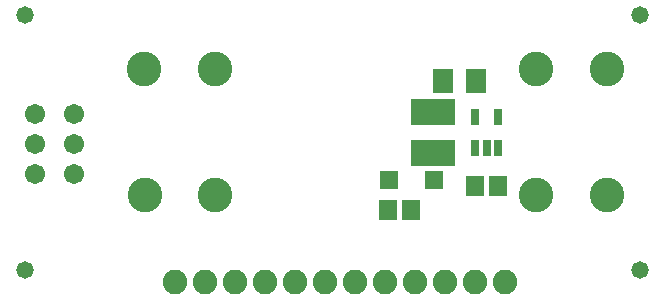
<source format=gts>
G75*
%MOIN*%
%OFA0B0*%
%FSLAX24Y24*%
%IPPOS*%
%LPD*%
%AMOC8*
5,1,8,0,0,1.08239X$1,22.5*
%
%ADD10R,0.0631X0.0631*%
%ADD11R,0.0710X0.0789*%
%ADD12R,0.0592X0.0710*%
%ADD13R,0.0316X0.0552*%
%ADD14R,0.0592X0.0671*%
%ADD15C,0.0820*%
%ADD16C,0.1155*%
%ADD17C,0.0674*%
%ADD18R,0.1458X0.0867*%
%ADD19C,0.0580*%
D10*
X015911Y004150D03*
X017408Y004150D03*
D11*
X017708Y007450D03*
X018811Y007450D03*
D12*
X018785Y003950D03*
X019534Y003950D03*
D13*
X019534Y005236D03*
X019160Y005236D03*
X018785Y005236D03*
X018785Y006264D03*
X019534Y006264D03*
D14*
X016634Y003150D03*
X015885Y003150D03*
D15*
X015760Y000750D03*
X016760Y000750D03*
X017760Y000750D03*
X018760Y000750D03*
X019760Y000750D03*
X014760Y000750D03*
X013760Y000750D03*
X012760Y000750D03*
X011760Y000750D03*
X010760Y000750D03*
X009760Y000750D03*
X008760Y000750D03*
D16*
X007760Y003650D03*
X010118Y003650D03*
X010108Y007850D03*
X007750Y007850D03*
X020801Y007850D03*
X023160Y007850D03*
X023169Y003650D03*
X020811Y003650D03*
D17*
X005409Y004381D03*
X005409Y005366D03*
X005409Y006350D03*
X004110Y006350D03*
X004110Y005366D03*
X004110Y004381D03*
D18*
X017360Y005061D03*
X017360Y006439D03*
D19*
X003760Y001150D03*
X003760Y009650D03*
X024260Y009650D03*
X024260Y001150D03*
M02*

</source>
